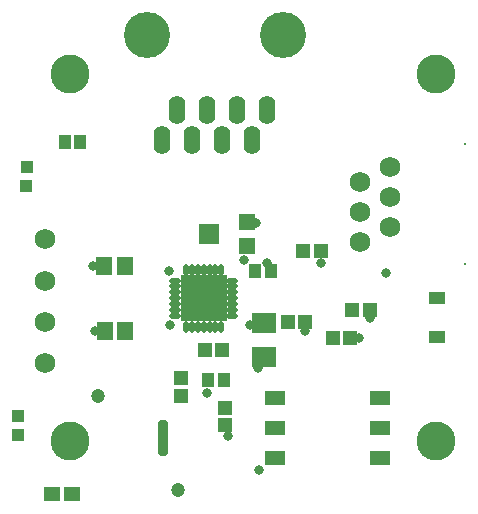
<source format=gts>
G04*
G04 #@! TF.GenerationSoftware,Altium Limited,CircuitMaker,2.0.3 (51)*
G04*
G04 Layer_Color=20142*
%FSLAX24Y24*%
%MOIN*%
G70*
G04*
G04 #@! TF.SameCoordinates,C005A906-C81D-4AB5-B832-F2193FDFF32C*
G04*
G04*
G04 #@! TF.FilePolarity,Negative*
G04*
G01*
G75*
%ADD15R,0.0434X0.0493*%
%ADD16R,0.0415X0.0415*%
%ADD17R,0.0533X0.0493*%
%ADD18R,0.0828X0.0690*%
%ADD19R,0.0533X0.0611*%
%ADD20R,0.1537X0.1537*%
%ADD21O,0.0395X0.0178*%
%ADD22O,0.0178X0.0395*%
%ADD23R,0.0493X0.0474*%
%ADD24R,0.0474X0.0493*%
%ADD25R,0.0415X0.0454*%
%ADD26R,0.0560X0.0438*%
%ADD27R,0.0671X0.0513*%
%ADD28R,0.0671X0.0513*%
%ADD29R,0.0671X0.0513*%
%ADD30R,0.0552X0.0552*%
%ADD31R,0.0671X0.0710*%
%ADD32C,0.0680*%
%ADD33C,0.0080*%
%ADD34O,0.0552X0.0946*%
%ADD35C,0.1537*%
G04:AMPARAMS|DCode=36|XSize=31.5mil|YSize=118.1mil|CornerRadius=8.9mil|HoleSize=0mil|Usage=FLASHONLY|Rotation=0.000|XOffset=0mil|YOffset=0mil|HoleType=Round|Shape=RoundedRectangle|*
%AMROUNDEDRECTD36*
21,1,0.0315,0.1004,0,0,0.0*
21,1,0.0138,0.1181,0,0,0.0*
1,1,0.0177,0.0069,-0.0502*
1,1,0.0177,-0.0069,-0.0502*
1,1,0.0177,-0.0069,0.0502*
1,1,0.0177,0.0069,0.0502*
%
%ADD36ROUNDEDRECTD36*%
%ADD37C,0.0474*%
%ADD38C,0.0320*%
%ADD39C,0.1300*%
%ADD40C,0.0277*%
%ADD41C,0.0316*%
D15*
X12421Y22028D02*
D03*
X11890D02*
D03*
D16*
X10325Y12884D02*
D03*
Y12254D02*
D03*
X10630Y21181D02*
D03*
X10620Y20551D02*
D03*
D17*
X12126Y10276D02*
D03*
X11476D02*
D03*
D18*
X18543Y14843D02*
D03*
Y16004D02*
D03*
D19*
X13917Y15718D02*
D03*
X13228D02*
D03*
X13907Y17884D02*
D03*
X13218D02*
D03*
D20*
X16526Y16811D02*
D03*
D21*
X15571Y16220D02*
D03*
Y16417D02*
D03*
Y16614D02*
D03*
Y16811D02*
D03*
Y17008D02*
D03*
Y17205D02*
D03*
Y17402D02*
D03*
X17480D02*
D03*
Y17205D02*
D03*
Y17008D02*
D03*
Y16811D02*
D03*
Y16614D02*
D03*
Y16417D02*
D03*
Y16220D02*
D03*
D22*
X15935Y17766D02*
D03*
X16132D02*
D03*
X16329D02*
D03*
X16526D02*
D03*
X16722D02*
D03*
X16919D02*
D03*
X17116D02*
D03*
Y15856D02*
D03*
X16919D02*
D03*
X16722D02*
D03*
X16526D02*
D03*
X16329D02*
D03*
X16132D02*
D03*
X15935D02*
D03*
D23*
X16555Y15098D02*
D03*
X17146D02*
D03*
X20433Y18396D02*
D03*
X19843D02*
D03*
X21417Y15502D02*
D03*
X20827D02*
D03*
X19921Y16024D02*
D03*
X19331D02*
D03*
X22077Y16437D02*
D03*
X21486D02*
D03*
D24*
X17244Y13169D02*
D03*
Y12579D02*
D03*
X15768Y14144D02*
D03*
Y13553D02*
D03*
D25*
X16683Y14094D02*
D03*
X17215D02*
D03*
X18780Y17726D02*
D03*
X18248D02*
D03*
D26*
X24321Y16827D02*
D03*
Y15535D02*
D03*
D27*
X22421Y13504D02*
D03*
Y11504D02*
D03*
Y12504D02*
D03*
D28*
X18917Y11504D02*
D03*
Y12504D02*
D03*
D29*
Y13504D02*
D03*
D30*
X17982Y18563D02*
D03*
Y19350D02*
D03*
D31*
X16703Y18957D02*
D03*
D32*
X11240Y14646D02*
D03*
Y16024D02*
D03*
Y17402D02*
D03*
Y18780D02*
D03*
X22746Y19189D02*
D03*
X21746Y18693D02*
D03*
X22746Y20189D02*
D03*
X21746Y19693D02*
D03*
X22746Y21189D02*
D03*
X21746Y20693D02*
D03*
D33*
X25246Y17941D02*
D03*
Y21941D02*
D03*
D34*
X18150Y22073D02*
D03*
X17150D02*
D03*
X15150D02*
D03*
X16150D02*
D03*
X15650Y23073D02*
D03*
X16650D02*
D03*
X18650D02*
D03*
X17650D02*
D03*
D35*
X14636Y25573D02*
D03*
X19163D02*
D03*
D36*
X15167Y12165D02*
D03*
D37*
X15679Y10423D02*
D03*
X13002Y13553D02*
D03*
D38*
X18386Y11083D02*
D03*
X17343Y12205D02*
D03*
X17864Y18081D02*
D03*
X18061Y15915D02*
D03*
X20443Y17972D02*
D03*
X22598Y17648D02*
D03*
X18346Y14488D02*
D03*
X19902Y15728D02*
D03*
X21713Y15492D02*
D03*
X22077Y16142D02*
D03*
X18268Y19331D02*
D03*
X18642Y17992D02*
D03*
X12894Y15718D02*
D03*
X12835Y17874D02*
D03*
X16634Y13652D02*
D03*
X15374Y17726D02*
D03*
X15394Y15935D02*
D03*
D39*
X24272Y12067D02*
D03*
X12067D02*
D03*
Y24272D02*
D03*
X24272D02*
D03*
D40*
X16959Y17244D02*
D03*
Y16811D02*
D03*
Y16378D02*
D03*
X16526Y17244D02*
D03*
Y16811D02*
D03*
Y16378D02*
D03*
X16093Y17244D02*
D03*
Y16811D02*
D03*
Y16378D02*
D03*
D41*
X15167Y12569D02*
D03*
Y11762D02*
D03*
M02*

</source>
